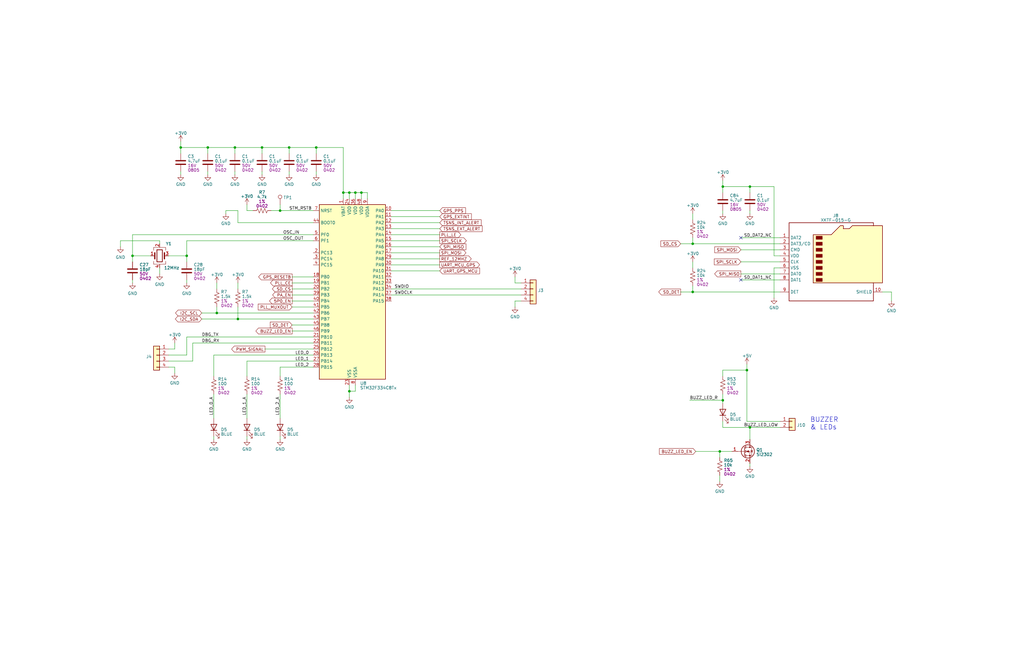
<source format=kicad_sch>
(kicad_sch (version 20230121) (generator eeschema)
  (paper "B")
  (title_block (title "High Altitude Balloon Payload - Microcontroller & SD card") (date "2023-06-18") (rev "1.0") (company "© 2023 Adam Cordingley") (comment 1 "http://acordingley.us"))
  (junction (at 292.1 102.87))
  (junction (at 110.49 62.23))
  (junction (at 147.32 165.1))
  (junction (at 99.06 62.23))
  (junction (at 87.63 62.23))
  (junction (at 133.35 62.23))
  (junction (at 76.2 62.23))
  (junction (at 303.53 190.5))
  (junction (at 91.44 132.08))
  (junction (at 147.32 81.28))
  (junction (at 314.96 156.21))
  (junction (at 316.23 180.34))
  (junction (at 316.23 78.74))
  (junction (at 118.11 88.9))
  (junction (at 100.33 134.62))
  (junction (at 152.4 81.28))
  (junction (at 149.86 81.28))
  (junction (at 304.8 168.91))
  (junction (at 121.92 62.23))
  (junction (at 144.78 81.28))
  (junction (at 55.88 107.95))
  (junction (at 304.8 78.74))
  (junction (at 78.74 107.95))
  (junction (at 292.1 123.19))
  (no_connect (at 312.42 100.33))
  (no_connect (at 312.42 118.11))
  (wire (pts (xy 55.88 107.95) (xy 55.88 110.49)))
  (wire (pts (xy 217.17 127) (xy 217.17 129.54)))
  (wire (pts (xy 78.74 101.6) (xy 132.08 101.6)))
  (wire (pts (xy 90.17 184.15) (xy 90.17 185.42)))
  (wire (pts (xy 91.44 119.38) (xy 91.44 121.92)))
  (wire (pts (xy 147.32 83.82) (xy 147.32 81.28)))
  (wire (pts (xy 90.17 166.37) (xy 90.17 176.53)))
  (wire (pts (xy 111.76 147.32) (xy 132.08 147.32)))
  (wire (pts (xy 55.88 99.06) (xy 55.88 107.95)))
  (wire (pts (xy 133.35 62.23) (xy 121.92 62.23)))
  (wire (pts (xy 165.1 104.14) (xy 185.42 104.14)))
  (wire (pts (xy 67.31 101.6) (xy 50.8 101.6)))
  (wire (pts (xy 76.2 62.23) (xy 87.63 62.23)))
  (wire (pts (xy 165.1 88.9) (xy 185.42 88.9)))
  (wire (pts (xy 73.66 147.32) (xy 71.12 147.32)))
  (wire (pts (xy 328.93 177.8) (xy 314.96 177.8)))
  (wire (pts (xy 133.35 72.39) (xy 133.35 73.66)))
  (wire (pts (xy 217.17 119.38) (xy 219.71 119.38)))
  (wire (pts (xy 314.96 156.21) (xy 314.96 153.67)))
  (wire (pts (xy 185.42 111.76) (xy 165.1 111.76)))
  (wire (pts (xy 132.08 149.86) (xy 90.17 149.86)))
  (wire (pts (xy 73.66 144.78) (xy 73.66 147.32)))
  (wire (pts (xy 287.02 123.19) (xy 292.1 123.19)))
  (wire (pts (xy 304.8 88.9) (xy 304.8 90.17)))
  (wire (pts (xy 303.53 200.66) (xy 303.53 203.2)))
  (wire (pts (xy 100.33 134.62) (xy 132.08 134.62)))
  (wire (pts (xy 304.8 156.21) (xy 314.96 156.21)))
  (wire (pts (xy 118.11 88.9) (xy 132.08 88.9)))
  (wire (pts (xy 71.12 107.95) (xy 78.74 107.95)))
  (wire (pts (xy 104.14 152.4) (xy 132.08 152.4)))
  (wire (pts (xy 99.06 62.23) (xy 99.06 64.77)))
  (wire (pts (xy 328.93 113.03) (xy 326.39 113.03)))
  (wire (pts (xy 165.1 109.22) (xy 185.42 109.22)))
  (wire (pts (xy 149.86 81.28) (xy 147.32 81.28)))
  (wire (pts (xy 123.19 127) (xy 132.08 127)))
  (wire (pts (xy 55.88 107.95) (xy 63.5 107.95)))
  (wire (pts (xy 147.32 165.1) (xy 149.86 165.1)))
  (wire (pts (xy 123.19 119.38) (xy 132.08 119.38)))
  (wire (pts (xy 314.96 156.21) (xy 314.96 177.8)))
  (wire (pts (xy 292.1 120.65) (xy 292.1 123.19)))
  (wire (pts (xy 292.1 123.19) (xy 328.93 123.19)))
  (wire (pts (xy 165.1 124.46) (xy 219.71 124.46)))
  (wire (pts (xy 147.32 81.28) (xy 144.78 81.28)))
  (wire (pts (xy 110.49 72.39) (xy 110.49 73.66)))
  (wire (pts (xy 149.86 83.82) (xy 149.86 81.28)))
  (wire (pts (xy 104.14 86.36) (xy 104.14 88.9)))
  (wire (pts (xy 165.1 91.44) (xy 185.42 91.44)))
  (wire (pts (xy 99.06 72.39) (xy 99.06 73.66)))
  (wire (pts (xy 104.14 88.9) (xy 106.68 88.9)))
  (wire (pts (xy 312.42 115.57) (xy 328.93 115.57)))
  (wire (pts (xy 312.42 105.41) (xy 328.93 105.41)))
  (wire (pts (xy 292.1 110.49) (xy 292.1 113.03)))
  (wire (pts (xy 90.17 149.86) (xy 90.17 158.75)))
  (wire (pts (xy 165.1 93.98) (xy 185.42 93.98)))
  (wire (pts (xy 287.02 102.87) (xy 292.1 102.87)))
  (wire (pts (xy 328.93 107.95) (xy 326.39 107.95)))
  (wire (pts (xy 55.88 99.06) (xy 132.08 99.06)))
  (wire (pts (xy 78.74 142.24) (xy 132.08 142.24)))
  (wire (pts (xy 312.42 100.33) (xy 328.93 100.33)))
  (wire (pts (xy 165.1 99.06) (xy 185.42 99.06)))
  (wire (pts (xy 326.39 113.03) (xy 326.39 125.73)))
  (wire (pts (xy 100.33 129.54) (xy 100.33 134.62)))
  (wire (pts (xy 67.31 113.03) (xy 67.31 115.57)))
  (wire (pts (xy 144.78 62.23) (xy 133.35 62.23)))
  (wire (pts (xy 152.4 83.82) (xy 152.4 81.28)))
  (wire (pts (xy 292.1 100.33) (xy 292.1 102.87)))
  (wire (pts (xy 123.19 129.54) (xy 132.08 129.54)))
  (wire (pts (xy 123.19 116.84) (xy 132.08 116.84)))
  (wire (pts (xy 154.94 81.28) (xy 152.4 81.28)))
  (wire (pts (xy 110.49 62.23) (xy 110.49 64.77)))
  (wire (pts (xy 87.63 72.39) (xy 87.63 73.66)))
  (wire (pts (xy 152.4 81.28) (xy 149.86 81.28)))
  (wire (pts (xy 78.74 149.86) (xy 78.74 142.24)))
  (wire (pts (xy 304.8 180.34) (xy 316.23 180.34)))
  (wire (pts (xy 185.42 101.6) (xy 165.1 101.6)))
  (wire (pts (xy 76.2 62.23) (xy 76.2 64.77)))
  (wire (pts (xy 91.44 132.08) (xy 132.08 132.08)))
  (wire (pts (xy 78.74 107.95) (xy 78.74 101.6)))
  (wire (pts (xy 81.28 144.78) (xy 132.08 144.78)))
  (wire (pts (xy 316.23 195.58) (xy 316.23 196.85)))
  (wire (pts (xy 165.1 121.92) (xy 219.71 121.92)))
  (wire (pts (xy 304.8 168.91) (xy 304.8 170.18)))
  (wire (pts (xy 375.92 127) (xy 375.92 123.19)))
  (wire (pts (xy 85.09 132.08) (xy 91.44 132.08)))
  (wire (pts (xy 55.88 118.11) (xy 55.88 119.38)))
  (wire (pts (xy 104.14 184.15) (xy 104.14 185.42)))
  (wire (pts (xy 99.06 62.23) (xy 87.63 62.23)))
  (wire (pts (xy 303.53 190.5) (xy 303.53 193.04)))
  (wire (pts (xy 121.92 72.39) (xy 121.92 73.66)))
  (wire (pts (xy 118.11 184.15) (xy 118.11 185.42)))
  (wire (pts (xy 50.8 101.6) (xy 50.8 104.14)))
  (wire (pts (xy 165.1 96.52) (xy 185.42 96.52)))
  (wire (pts (xy 95.25 88.9) (xy 95.25 90.17)))
  (wire (pts (xy 304.8 78.74) (xy 304.8 81.28)))
  (wire (pts (xy 328.93 180.34) (xy 316.23 180.34)))
  (wire (pts (xy 100.33 88.9) (xy 95.25 88.9)))
  (wire (pts (xy 100.33 119.38) (xy 100.33 121.92)))
  (wire (pts (xy 304.8 166.37) (xy 304.8 168.91)))
  (wire (pts (xy 87.63 62.23) (xy 87.63 64.77)))
  (wire (pts (xy 73.66 154.94) (xy 73.66 157.48)))
  (wire (pts (xy 123.19 139.7) (xy 132.08 139.7)))
  (wire (pts (xy 316.23 180.34) (xy 316.23 185.42)))
  (wire (pts (xy 217.17 116.84) (xy 217.17 119.38)))
  (wire (pts (xy 326.39 78.74) (xy 326.39 107.95)))
  (wire (pts (xy 123.19 121.92) (xy 132.08 121.92)))
  (wire (pts (xy 123.19 124.46) (xy 132.08 124.46)))
  (wire (pts (xy 149.86 165.1) (xy 149.86 162.56)))
  (wire (pts (xy 85.09 134.62) (xy 100.33 134.62)))
  (wire (pts (xy 312.42 110.49) (xy 328.93 110.49)))
  (wire (pts (xy 76.2 59.69) (xy 76.2 62.23)))
  (wire (pts (xy 316.23 78.74) (xy 316.23 81.28)))
  (wire (pts (xy 312.42 118.11) (xy 328.93 118.11)))
  (wire (pts (xy 71.12 152.4) (xy 81.28 152.4)))
  (wire (pts (xy 110.49 62.23) (xy 99.06 62.23)))
  (wire (pts (xy 78.74 107.95) (xy 78.74 110.49)))
  (wire (pts (xy 78.74 118.11) (xy 78.74 119.38)))
  (wire (pts (xy 304.8 177.8) (xy 304.8 180.34)))
  (wire (pts (xy 304.8 76.2) (xy 304.8 78.74)))
  (wire (pts (xy 100.33 93.98) (xy 100.33 88.9)))
  (wire (pts (xy 185.42 114.3) (xy 165.1 114.3)))
  (wire (pts (xy 71.12 149.86) (xy 78.74 149.86)))
  (wire (pts (xy 121.92 62.23) (xy 121.92 64.77)))
  (wire (pts (xy 144.78 83.82) (xy 144.78 81.28)))
  (wire (pts (xy 118.11 158.75) (xy 118.11 154.94)))
  (wire (pts (xy 304.8 78.74) (xy 316.23 78.74)))
  (wire (pts (xy 290.83 168.91) (xy 304.8 168.91)))
  (wire (pts (xy 76.2 72.39) (xy 76.2 73.66)))
  (wire (pts (xy 71.12 154.94) (xy 73.66 154.94)))
  (wire (pts (xy 114.3 88.9) (xy 118.11 88.9)))
  (wire (pts (xy 144.78 81.28) (xy 144.78 62.23)))
  (wire (pts (xy 104.14 158.75) (xy 104.14 152.4)))
  (wire (pts (xy 292.1 102.87) (xy 328.93 102.87)))
  (wire (pts (xy 118.11 166.37) (xy 118.11 176.53)))
  (wire (pts (xy 91.44 129.54) (xy 91.44 132.08)))
  (wire (pts (xy 308.61 190.5) (xy 303.53 190.5)))
  (wire (pts (xy 133.35 62.23) (xy 133.35 64.77)))
  (wire (pts (xy 293.37 190.5) (xy 303.53 190.5)))
  (wire (pts (xy 147.32 162.56) (xy 147.32 165.1)))
  (wire (pts (xy 292.1 90.17) (xy 292.1 92.71)))
  (wire (pts (xy 81.28 152.4) (xy 81.28 144.78)))
  (wire (pts (xy 118.11 154.94) (xy 132.08 154.94)))
  (wire (pts (xy 118.11 86.36) (xy 118.11 88.9)))
  (wire (pts (xy 147.32 165.1) (xy 147.32 167.64)))
  (wire (pts (xy 67.31 102.87) (xy 67.31 101.6)))
  (wire (pts (xy 154.94 83.82) (xy 154.94 81.28)))
  (wire (pts (xy 316.23 78.74) (xy 326.39 78.74)))
  (wire (pts (xy 304.8 158.75) (xy 304.8 156.21)))
  (wire (pts (xy 132.08 93.98) (xy 100.33 93.98)))
  (wire (pts (xy 219.71 127) (xy 217.17 127)))
  (wire (pts (xy 375.92 123.19) (xy 372.11 123.19)))
  (wire (pts (xy 316.23 88.9) (xy 316.23 90.17)))
  (wire (pts (xy 185.42 106.68) (xy 165.1 106.68)))
  (wire (pts (xy 123.19 137.16) (xy 132.08 137.16)))
  (wire (pts (xy 121.92 62.23) (xy 110.49 62.23)))
  (wire (pts (xy 104.14 166.37) (xy 104.14 176.53)))
  (text "BUZZER\n& LEDs" (at 341.63 181.61 0) (effects (font (size 2 2)) (justify left bottom)))
  (label "SWDIO" (at 166.37 121.92 0))
  (label "LED_2_A" (at 118.11 175.26 90))
  (label "DBG_TX" (at 85.09 142.24 0))
  (label "LED_0" (at 124.46 149.86 0))
  (label "SD_DAT2_NC" (at 313.69 100.33 0))
  (label "LED_1" (at 124.46 152.4 0))
  (label "SWDCLK" (at 166.37 124.46 0))
  (label "STM_RSTB" (at 121.92 88.9 0))
  (label "DBG_RX" (at 85.09 144.78 0))
  (label "SD_DAT1_NC" (at 313.69 118.11 0))
  (label "BUZZ_LED_LOW" (at 313.69 180.34 0))
  (label "LED_1_A" (at 104.14 175.26 90))
  (label "OSC_OUT" (at 119.38 101.6 0))
  (label "LED_0_A" (at 90.17 175.26 90))
  (label "OSC_IN" (at 119.38 99.06 0))
  (label "LED_2" (at 124.46 154.94 0))
  (label "BUZZ_LED_R" (at 290.83 168.91 0))
  (global_label "SPI_MISO" (shape input) (at 185.42 104.14 0) (property "Intersheetrefs" "${INTERSHEET_REFS}" (effects hide)))
  (global_label "I2C_SDA" (shape bidirectional) (at 85.09 134.62 180) (property "Intersheetrefs" "${INTERSHEET_REFS}" (effects hide)))
  (global_label "GPS_EXTINT" (shape input) (at 185.42 91.44 0) (property "Intersheetrefs" "${INTERSHEET_REFS}" (effects hide)))
  (global_label "TSNS_INT_ALERT" (shape input) (at 185.42 93.98 0) (property "Intersheetrefs" "${INTERSHEET_REFS}" (effects hide)))
  (global_label "PLL_LE" (shape output) (at 185.42 99.06 0) (property "Intersheetrefs" "${INTERSHEET_REFS}" (effects hide)))
  (global_label "REF_12MHZ" (shape output) (at 185.42 109.22 0) (property "Intersheetrefs" "${INTERSHEET_REFS}" (effects hide)))
  (global_label "UART_GPS_MCU" (shape input) (at 185.42 114.3 0) (property "Intersheetrefs" "${INTERSHEET_REFS}" (effects hide)))
  (global_label "SD_DET" (shape input) (at 123.19 137.16 180) (property "Intersheetrefs" "${INTERSHEET_REFS}" (effects hide)))
  (global_label "SPI_SCLK" (shape output) (at 185.42 101.6 0) (property "Intersheetrefs" "${INTERSHEET_REFS}" (effects hide)))
  (global_label "SD_CS" (shape input) (at 287.02 102.87 180) (property "Intersheetrefs" "${INTERSHEET_REFS}" (effects hide)))
  (global_label "SPI_MOSI" (shape input) (at 312.42 105.41 180) (property "Intersheetrefs" "${INTERSHEET_REFS}" (effects hide)))
  (global_label "GPS_PPS" (shape input) (at 185.42 88.9 0) (property "Intersheetrefs" "${INTERSHEET_REFS}" (effects hide)))
  (global_label "GPS_RESETB" (shape output) (at 123.19 116.84 180) (property "Intersheetrefs" "${INTERSHEET_REFS}" (effects hide)))
  (global_label "SPI_MISO" (shape output) (at 312.42 115.57 180) (property "Intersheetrefs" "${INTERSHEET_REFS}" (effects hide)))
  (global_label "PLL_CE" (shape output) (at 123.19 119.38 180) (property "Intersheetrefs" "${INTERSHEET_REFS}" (effects hide)))
  (global_label "I2C_SCL" (shape bidirectional) (at 85.09 132.08 180) (property "Intersheetrefs" "${INTERSHEET_REFS}" (effects hide)))
  (global_label "PLL_MUXOUT" (shape input) (at 123.19 129.54 180) (property "Intersheetrefs" "${INTERSHEET_REFS}" (effects hide)))
  (global_label "PA_EN" (shape output) (at 123.19 124.46 180) (property "Intersheetrefs" "${INTERSHEET_REFS}" (effects hide)))
  (global_label "UART_MCU_GPS" (shape output) (at 185.42 111.76 0) (property "Intersheetrefs" "${INTERSHEET_REFS}" (effects hide)))
  (global_label "SD_CS" (shape output) (at 123.19 121.92 180) (property "Intersheetrefs" "${INTERSHEET_REFS}" (effects hide)))
  (global_label "PWM_SIGNAL" (shape output) (at 111.76 147.32 180) (property "Intersheetrefs" "${INTERSHEET_REFS}" (effects hide)))
  (global_label "SPI_MOSI" (shape output) (at 185.42 106.68 0) (property "Intersheetrefs" "${INTERSHEET_REFS}" (effects hide)))
  (global_label "5P0_EN" (shape output) (at 123.19 127 180) (property "Intersheetrefs" "${INTERSHEET_REFS}" (effects hide)))
  (global_label "SD_DET" (shape output) (at 287.02 123.19 180) (property "Intersheetrefs" "${INTERSHEET_REFS}" (effects hide)))
  (global_label "BUZZ_LED_EN" (shape output) (at 123.19 139.7 180) (property "Intersheetrefs" "${INTERSHEET_REFS}" (effects hide)))
  (global_label "SPI_SCLK" (shape input) (at 312.42 110.49 180) (property "Intersheetrefs" "${INTERSHEET_REFS}" (effects hide)))
  (global_label "TSNS_EXT_ALERT" (shape input) (at 185.42 96.52 0) (property "Intersheetrefs" "${INTERSHEET_REFS}" (effects hide)))
  (global_label "BUZZ_LED_EN" (shape input) (at 293.37 190.5 180) (property "Intersheetrefs" "${INTERSHEET_REFS}" (effects hide)))
  (symbol (lib_id "Device:LED") (at 90.17 180.34 90) (unit 1)
    (property "Reference" "D5" (at 93.091 181.2838 90) (effects (justify right)))
    (property "Value" "BLUE" (at 93.091 183.2048 90) (effects (justify right)))
    (property "Footprint" "LED_SMD:LED_0402_1005Metric" (effects hide))
    (property "Mfr Part #" "16-213/BHC-AN1P2/3T" (effects hide))
    (property "JLCPCB Part #" "C131223" (effects hide))
    (instances (project "Weather_Balloon_Payload_HW" (path "" (reference "D5") (unit 1)) (path "" (reference "D10") (unit 1)) (path "" (reference "D11") (unit 1))) (project "FM_Radio_70cm_HW" (path "" (reference "D20") (unit 1))))
  )
  (symbol (lib_id "Device:LED") (at 104.14 180.34 90) (unit 1)
    (property "Reference" "D5" (at 107.061 181.2838 90) (effects (justify right)))
    (property "Value" "BLUE" (at 107.061 183.2048 90) (effects (justify right)))
    (property "Footprint" "LED_SMD:LED_0402_1005Metric" (effects hide))
    (property "Mfr Part #" "16-213/BHC-AN1P2/3T" (effects hide))
    (property "JLCPCB Part #" "C131223" (effects hide))
    (instances (project "Weather_Balloon_Payload_HW" (path "" (reference "D5") (unit 1)) (path "" (reference "D10") (unit 1)) (path "" (reference "D12") (unit 1))) (project "FM_Radio_70cm_HW" (path "" (reference "D20") (unit 1))))
  )
  (symbol (lib_id "power:+3V0") (at 304.8 76.2 0) (unit 1)
    (property "Reference" "#PWR0152" (effects hide))
    (property "Value" "+3V0" (at 304.8 72.6981 0))
  )
  (symbol (lib_id "Device:R_US") (at 118.11 162.56 180) (unit 1)
    (property "Reference" "R14" (at 119.761 159.9953 0) (effects (justify right)))
    (property "Value" "100" (at 119.761 161.9163 0) (effects (justify right)))
    (property "Footprint" "Resistor_SMD:R_0402_1005Metric" (effects hide))
    (property "Tolerance" "1%" (at 119.761 163.8373 0) (effects (justify right)))
    (property "Package Desc" "0402" (at 119.761 165.7583 0) (effects (justify right)))
    (property "Description" "RES SMD 100 1% 62.5mW 0402" (effects hide))
    (property "JLCPCB Part #" "C409720" (effects hide))
    (property "Manufacturer" "Viking Tech" (effects hide))
    (property "Mfr. Part #" "AS02FTE1000" (effects hide))
    (instances (project "Weather_Balloon_Payload_HW" (path "" (reference "R14") (unit 1)) (path "" (reference "R70") (unit 1))) (project "RS232_Pirate_HW" (path "" (reference "R2") (unit 1)) (path "" (reference "R21") (unit 1))))
  )
  (symbol (lib_id "Device:R_US") (at 292.1 96.52 0) (unit 1)
    (property "Reference" "R24" (at 293.751 93.9553 0) (effects (justify left)))
    (property "Value" "10k" (at 293.751 95.8763 0) (effects (justify left)))
    (property "Footprint" "Resistor_SMD:R_0402_1005Metric" (effects hide))
    (property "Description" "62.5mW Thick Film Resistors ±0.5% 10.2kΩ 0402 Chip Resistor - Surface Mount ROHS" (effects hide))
    (property "JLCPCB Part #" "C303730" (effects hide))
    (property "Manufacturer" "RALEC" (effects hide))
    (property "Mfr. Part #" "RTT021022DTH" (effects hide))
    (property "Tolerance" "1%" (at 293.751 97.7973 0) (effects (justify left)))
    (property "Package Desc" "0402" (at 293.751 99.7183 0) (effects (justify left)))
    (instances (project "Weather_Balloon_Payload_HW" (path "" (reference "R24") (unit 1)) (path "" (reference "R19") (unit 1)) (path "" (reference "R26") (unit 1)) (path "" (reference "R66") (unit 1))) (project "RS232_Pirate_HW" (path "" (reference "R3") (unit 1))) (project "FM_Radio_70cm_HW" (path "" (reference "R1") (unit 1)) (path "" (reference "R1") (unit 1))))
  )
  (symbol (lib_id "power:GND") (at 133.35 73.66 0) (unit 1)
    (property "Reference" "#PWR054" (effects hide))
    (property "Value" "GND" (at 133.35 77.7955 0))
    (instances (project "Weather_Balloon_Payload_HW" (path "" (reference "#PWR054") (unit 1))) (project "RS232_Pirate_HW" (path "" (reference "#PWR06") (unit 1)) (path "" (reference "#PWR033") (unit 1))))
  )
  (symbol (lib_id "power:GND") (at 375.92 127 0) (unit 1)
    (property "Reference" "#PWR0156" (effects hide))
    (property "Value" "GND" (at 375.92 131.1355 0))
    (instances (project "Weather_Balloon_Payload_HW" (path "" (reference "#PWR0156") (unit 1))) (project "RS232_Pirate_HW" (path "" (reference "#PWR07") (unit 1)) (path "" (reference "#PWR029") (unit 1))))
  )
  (symbol (lib_id "Device:R_US") (at 292.1 116.84 0) (unit 1)
    (property "Reference" "R24" (at 293.751 114.2753 0) (effects (justify left)))
    (property "Value" "10k" (at 293.751 116.1963 0) (effects (justify left)))
    (property "Footprint" "Resistor_SMD:R_0402_1005Metric" (effects hide))
    (property "Description" "62.5mW Thick Film Resistors ±0.5% 10.2kΩ 0402 Chip Resistor - Surface Mount ROHS" (effects hide))
    (property "JLCPCB Part #" "C303730" (effects hide))
    (property "Manufacturer" "RALEC" (effects hide))
    (property "Mfr. Part #" "RTT021022DTH" (effects hide))
    (property "Tolerance" "1%" (at 293.751 118.1173 0) (effects (justify left)))
    (property "Package Desc" "0402" (at 293.751 120.0383 0) (effects (justify left)))
    (instances (project "Weather_Balloon_Payload_HW" (path "" (reference "R24") (unit 1)) (path "" (reference "R19") (unit 1)) (path "" (reference "R26") (unit 1)) (path "" (reference "R67") (unit 1))) (project "RS232_Pirate_HW" (path "" (reference "R3") (unit 1))) (project "FM_Radio_70cm_HW" (path "" (reference "R1") (unit 1)) (path "" (reference "R1") (unit 1))))
  )
  (symbol (lib_id "Device:C") (at 99.06 68.58 0) (unit 1)
    (property "Reference" "C1" (at 101.981 66.0153 0) (effects (justify left)))
    (property "Value" "0.1uF" (at 101.981 67.9363 0) (effects (justify left)))
    (property "Footprint" "Capacitor_SMD:C_0402_1005Metric" (effects hide))
    (property "Voltage Rating" "50V" (at 101.981 69.8573 0) (effects (justify left)))
    (property "Mfr. Part #" "GRM155R71H104KE14D" (effects hide))
    (property "JLCPCB Part #" "C77020" (effects hide))
    (property "Description" "50V 100nF X7R ±10% 0402 Multilayer Ceramic Capacitors MLCC - SMD/SMT ROHS" (effects hide))
    (property "Manufacturer" "Murata Electronics" (effects hide))
    (property "Mfr Part #" "GRM155R71H104KE14D" (effects hide))
    (property "Package Desc" "0402" (at 101.981 71.7783 0) (effects (justify left)))
    (instances (project "Rhubarb_Pi_HW" (path "" (reference "C1") (unit 1)) (path "" (reference "C5") (unit 1))) (project "Weather_Balloon_Payload_HW" (path "" (reference "C23") (unit 1))) (project "RS232_Pirate_HW" (path "" (reference "C1") (unit 1)) (path "" (reference "C19") (unit 1))) (project "FM_Radio_70cm_HW" (path "" (reference "C33") (unit 1)) (path "" (reference "C10") (unit 1)) (path "" (reference "C74") (unit 1)) (path "" (reference "C60") (unit 1)) (path "" (reference "C83") (unit 1))))
  )
  (symbol (lib_id "Device:C") (at 110.49 68.58 0) (unit 1)
    (property "Reference" "C1" (at 113.411 66.0153 0) (effects (justify left)))
    (property "Value" "0.1uF" (at 113.411 67.9363 0) (effects (justify left)))
    (property "Footprint" "Capacitor_SMD:C_0402_1005Metric" (effects hide))
    (property "Voltage Rating" "50V" (at 113.411 69.8573 0) (effects (justify left)))
    (property "Mfr. Part #" "GRM155R71H104KE14D" (effects hide))
    (property "JLCPCB Part #" "C77020" (effects hide))
    (property "Description" "50V 100nF X7R ±10% 0402 Multilayer Ceramic Capacitors MLCC - SMD/SMT ROHS" (effects hide))
    (property "Manufacturer" "Murata Electronics" (effects hide))
    (property "Mfr Part #" "GRM155R71H104KE14D" (effects hide))
    (property "Package Desc" "0402" (at 113.411 71.7783 0) (effects (justify left)))
    (instances (project "Rhubarb_Pi_HW" (path "" (reference "C1") (unit 1)) (path "" (reference "C5") (unit 1))) (project "Weather_Balloon_Payload_HW" (path "" (reference "C24") (unit 1))) (project "RS232_Pirate_HW" (path "" (reference "C1") (unit 1)) (path "" (reference "C20") (unit 1))) (project "FM_Radio_70cm_HW" (path "" (reference "C33") (unit 1)) (path "" (reference "C10") (unit 1)) (path "" (reference "C74") (unit 1)) (path "" (reference "C60") (unit 1)) (path "" (reference "C83") (unit 1))))
  )
  (symbol (lib_id "Connector:TestPoint") (at 118.11 86.36 0) (unit 1)
    (property "Reference" "TP1" (at 119.507 83.3748 0) (effects (justify left)))
    (property "Value" "TestPoint" (effects hide))
    (property "Footprint" "TestPoint:TestPoint_Pad_D1.0mm" (effects hide))
    (instances (project "Weather_Balloon_Payload_HW" (path "" (reference "TP1") (unit 1)) (path "" (reference "TP5") (unit 1))))
  )
  (symbol (lib_id "power:GND") (at 76.2 73.66 0) (unit 1)
    (property "Reference" "#PWR049" (effects hide))
    (property "Value" "GND" (at 76.2 77.7955 0))
    (instances (project "Weather_Balloon_Payload_HW" (path "" (reference "#PWR049") (unit 1))) (project "RS232_Pirate_HW" (path "" (reference "#PWR07") (unit 1)) (path "" (reference "#PWR029") (unit 1))))
  )
  (symbol (lib_id "power:+5V") (at 314.96 153.67 0) (unit 1)
    (property "Reference" "#PWR0142" (effects hide))
    (property "Value" "+5V" (at 314.96 150.1681 0))
    (instances (project "Weather_Balloon_Payload_HW" (path "" (reference "#PWR0142") (unit 1)) (path "" (reference "#PWR0173") (unit 1))))
  )
  (symbol (lib_id "power:GND") (at 326.39 125.73 0) (unit 1)
    (property "Reference" "#PWR0155" (effects hide))
    (property "Value" "GND" (at 326.39 129.8655 0))
    (instances (project "Weather_Balloon_Payload_HW" (path "" (reference "#PWR0155") (unit 1))) (project "RS232_Pirate_HW" (path "" (reference "#PWR07") (unit 1)) (path "" (reference "#PWR029") (unit 1))))
  )
  (symbol (lib_id "power:+3V0") (at 100.33 119.38 0) (unit 1)
    (property "Reference" "#PWR059" (effects hide))
    (property "Value" "+3V0" (at 100.33 115.8781 0))
  )
  (symbol (lib_id "power:GND") (at 147.32 167.64 0) (unit 1)
    (property "Reference" "#PWR056" (effects hide))
    (property "Value" "GND" (at 147.32 171.7755 0))
    (instances (project "Weather_Balloon_Payload_HW" (path "" (reference "#PWR056") (unit 1))) (project "RS232_Pirate_HW" (path "" (reference "#PWR06") (unit 1)) (path "" (reference "#PWR031") (unit 1))))
  )
  (symbol (lib_id "power:GND") (at 316.23 196.85 0) (unit 1)
    (property "Reference" "#PWR068" (effects hide))
    (property "Value" "GND" (at 316.23 200.9855 0))
    (instances (project "Weather_Balloon_Payload_HW" (path "" (reference "#PWR068") (unit 1)) (path "" (reference "#PWR0145") (unit 1)) (path "" (reference "#PWR0172") (unit 1))) (project "FM_Radio_70cm_HW" (path "" (reference "#PWR028") (unit 1)) (path "" (reference "#PWR039") (unit 1))))
  )
  (symbol (lib_id "power:GND") (at 217.17 129.54 0) (unit 1)
    (property "Reference" "#PWR048" (effects hide))
    (property "Value" "GND" (at 217.17 133.6755 0))
  )
  (symbol (lib_id "power:GND") (at 104.14 185.42 0) (unit 1)
    (property "Reference" "#PWR0147" (effects hide))
    (property "Value" "GND" (at 104.14 189.5555 0))
    (instances (project "Weather_Balloon_Payload_HW" (path "" (reference "#PWR0147") (unit 1)) (path "" (reference "#PWR0141") (unit 1)) (path "" (reference "#PWR0160") (unit 1))) (project "RS232_Pirate_HW" (path "" (reference "#PWR013") (unit 1))))
  )
  (symbol (lib_id "power:GND") (at 316.23 90.17 0) (unit 1)
    (property "Reference" "#PWR0154" (effects hide))
    (property "Value" "GND" (at 316.23 94.3055 0))
    (instances (project "Weather_Balloon_Payload_HW" (path "" (reference "#PWR0154") (unit 1))) (project "RS232_Pirate_HW" (path "" (reference "#PWR06") (unit 1)) (path "" (reference "#PWR027") (unit 1))))
  )
  (symbol (lib_id "MCU_ST_STM32F3:STM32F334C8Tx") (at 147.32 124.46 0) (unit 1)
    (property "Reference" "U8" (at 151.8159 161.7425 0) (effects (justify left)))
    (property "Value" "STM32F334C8Tx" (at 151.8159 163.6635 0) (effects (justify left)))
    (property "Footprint" "Package_QFP:LQFP-48_7x7mm_P0.5mm" (effects hide))
    (property "Datasheet" "https://www.st.com/resource/en/datasheet/stm32f334c8.pdf" (effects hide))
    (property "JLCPCB Part #" "C99450" (effects hide))
  )
  (symbol (lib_id "power:GND") (at 110.49 73.66 0) (unit 1)
    (property "Reference" "#PWR052" (effects hide))
    (property "Value" "GND" (at 110.49 77.7955 0))
    (instances (project "Weather_Balloon_Payload_HW" (path "" (reference "#PWR052") (unit 1))) (project "RS232_Pirate_HW" (path "" (reference "#PWR06") (unit 1)) (path "" (reference "#PWR031") (unit 1))))
  )
  (symbol (lib_id "Connector_Generic:Conn_01x02") (at 334.01 177.8 0) (unit 1)
    (property "Reference" "J10" (at 336.042 179.3868 0) (effects (justify left)))
    (property "Value" "Conn_01x02" (effects hide))
    (property "Footprint" "Connector_PinHeader_2.54mm:PinHeader_1x02_P2.54mm_Vertical" (effects hide))
  )
  (symbol (lib_id "Device:LED") (at 304.8 173.99 90) (unit 1)
    (property "Reference" "D5" (at 307.721 174.9338 90) (effects (justify right)))
    (property "Value" "BLUE" (at 307.721 176.8548 90) (effects (justify right)))
    (property "Footprint" "LED_SMD:LED_0402_1005Metric" (effects hide))
    (property "Mfr Part #" "16-213/BHC-AN1P2/3T" (effects hide))
    (property "JLCPCB Part #" "C131223" (effects hide))
    (instances (project "Weather_Balloon_Payload_HW" (path "" (reference "D5") (unit 1)) (path "" (reference "D10") (unit 1)) (path "" (reference "D14") (unit 1))) (project "FM_Radio_70cm_HW" (path "" (reference "D20") (unit 1))))
  )
  (symbol (lib_name "GND_6") (lib_id "power:GND") (at 50.8 104.14 0) (unit 1)
    (property "Reference" "#PWR060" (effects hide))
    (property "Value" "GND" (at 50.8 108.5834 0))
    (instances (project "Weather_Balloon_Payload_HW" (path "" (reference "#PWR060") (unit 1))) (project "RF_Freq_Synth" (path "" (reference "#PWR058") (unit 1))) (project "RS232_Pirate_HW" (path "" (reference "#PWR023") (unit 1))) (project "FM_Radio_70cm_HW" (path "" (reference "#PWR0159") (unit 1))))
  )
  (symbol (lib_id "power:+3V0") (at 292.1 90.17 0) (unit 1)
    (property "Reference" "#PWR0157" (effects hide))
    (property "Value" "+3V0" (at 292.1 86.6681 0))
  )
  (symbol (lib_id "Device:R_US") (at 110.49 88.9 270) (unit 1)
    (property "Reference" "R7" (at 110.49 81.1591 90))
    (property "Value" "4.7k" (at 110.49 83.0801 90))
    (property "Footprint" "Resistor_SMD:R_0402_1005Metric" (effects hide))
    (property "JLCPCB Part #" "C103055" (effects hide))
    (property "Manufacturer" "RALEC" (effects hide))
    (property "Mfr. Part #" "RTT024701FTH" (effects hide))
    (property "Tolerance" "1%" (at 110.49 85.0011 90))
    (property "Package Desc" "0402" (at 110.49 86.9221 90))
    (instances (project "Weather_Balloon_Payload_HW" (path "" (reference "R7") (unit 1)) (path "" (reference "R23") (unit 1))) (project "RF_Freq_Synth" (path "" (reference "R30") (unit 1))) (project "RS232_Pirate_HW" (path "" (reference "R6") (unit 1)) (path "" (reference "R8") (unit 1))) (project "FM_Radio_70cm_HW" (path "" (reference "R61") (unit 1))))
  )
  (symbol (lib_id "Device:C") (at 78.74 114.3 180) (unit 1)
    (property "Reference" "C28" (at 81.661 111.7353 0) (effects (justify right)))
    (property "Value" "18pF" (at 81.661 113.6563 0) (effects (justify right)))
    (property "Footprint" "Capacitor_SMD:C_0402_1005Metric" (effects hide))
    (property "JLCPCB Part #" "C106202" (effects hide))
    (property "Manufacturer" "YAGEO" (effects hide))
    (property "Mfr. Part #" "CC0402JRNPO9BN180" (effects hide))
    (property "Voltage Rating" "50V" (at 81.661 115.5773 0) (effects (justify right)))
    (property "Package Desc" "0402" (at 81.661 117.4983 0) (effects (justify right)))
    (instances (project "Weather_Balloon_Payload_HW" (path "" (reference "C28") (unit 1))) (project "RF_Freq_Synth" (path "" (reference "C26") (unit 1))) (project "RS232_Pirate_HW" (path "" (reference "C16") (unit 1))) (project "FM_Radio_70cm_HW" (path "" (reference "C110") (unit 1))))
  )
  (symbol (lib_id "power:+3V0") (at 73.66 144.78 0) (mirror y) (unit 1)
    (property "Reference" "#PWR066" (effects hide))
    (property "Value" "+3V0" (at 73.66 141.2781 0))
  )
  (symbol (lib_id "power:+3V0") (at 91.44 119.38 0) (unit 1)
    (property "Reference" "#PWR058" (effects hide))
    (property "Value" "+3V0" (at 91.44 115.8781 0))
  )
  (symbol (lib_name "GND_6") (lib_id "power:GND") (at 55.88 119.38 0) (unit 1)
    (property "Reference" "#PWR061" (effects hide))
    (property "Value" "GND" (at 55.88 123.8234 0))
    (instances (project "Weather_Balloon_Payload_HW" (path "" (reference "#PWR061") (unit 1))) (project "RF_Freq_Synth" (path "" (reference "#PWR058") (unit 1))) (project "RS232_Pirate_HW" (path "" (reference "#PWR024") (unit 1))) (project "FM_Radio_70cm_HW" (path "" (reference "#PWR0157") (unit 1))))
  )
  (symbol (lib_id "power:+3V0") (at 217.17 116.84 0) (unit 1)
    (property "Reference" "#PWR057" (effects hide))
    (property "Value" "+3V0" (at 217.17 113.3381 0))
  )
  (symbol (lib_id "Device:C") (at 133.35 68.58 0) (unit 1)
    (property "Reference" "C1" (at 136.271 66.0153 0) (effects (justify left)))
    (property "Value" "0.1uF" (at 136.271 67.9363 0) (effects (justify left)))
    (property "Footprint" "Capacitor_SMD:C_0402_1005Metric" (effects hide))
    (property "Voltage Rating" "50V" (at 136.271 69.8573 0) (effects (justify left)))
    (property "Mfr. Part #" "GRM155R71H104KE14D" (effects hide))
    (property "JLCPCB Part #" "C77020" (effects hide))
    (property "Description" "50V 100nF X7R ±10% 0402 Multilayer Ceramic Capacitors MLCC - SMD/SMT ROHS" (effects hide))
    (property "Manufacturer" "Murata Electronics" (effects hide))
    (property "Mfr Part #" "GRM155R71H104KE14D" (effects hide))
    (property "Package Desc" "0402" (at 136.271 71.7783 0) (effects (justify left)))
    (instances (project "Rhubarb_Pi_HW" (path "" (reference "C1") (unit 1)) (path "" (reference "C5") (unit 1))) (project "Weather_Balloon_Payload_HW" (path "" (reference "C26") (unit 1))) (project "RS232_Pirate_HW" (path "" (reference "C1") (unit 1)) (path "" (reference "C22") (unit 1))) (project "FM_Radio_70cm_HW" (path "" (reference "C33") (unit 1)) (path "" (reference "C10") (unit 1)) (path "" (reference "C74") (unit 1)) (path "" (reference "C60") (unit 1)) (path "" (reference "C83") (unit 1))))
  )
  (symbol (lib_id "power:GND") (at 87.63 73.66 0) (unit 1)
    (property "Reference" "#PWR050" (effects hide))
    (property "Value" "GND" (at 87.63 77.7955 0))
    (instances (project "Weather_Balloon_Payload_HW" (path "" (reference "#PWR050") (unit 1))) (project "RS232_Pirate_HW" (path "" (reference "#PWR06") (unit 1)) (path "" (reference "#PWR027") (unit 1))))
  )
  (symbol (lib_id "power:GND") (at 99.06 73.66 0) (unit 1)
    (property "Reference" "#PWR051" (effects hide))
    (property "Value" "GND" (at 99.06 77.7955 0))
    (instances (project "Weather_Balloon_Payload_HW" (path "" (reference "#PWR051") (unit 1))) (project "RS232_Pirate_HW" (path "" (reference "#PWR06") (unit 1)) (path "" (reference "#PWR030") (unit 1))))
  )
  (symbol (lib_id "Device:C") (at 121.92 68.58 0) (unit 1)
    (property "Reference" "C1" (at 124.841 66.0153 0) (effects (justify left)))
    (property "Value" "0.1uF" (at 124.841 67.9363 0) (effects (justify left)))
    (property "Footprint" "Capacitor_SMD:C_0402_1005Metric" (effects hide))
    (property "Voltage Rating" "50V" (at 124.841 69.8573 0) (effects (justify left)))
    (property "Mfr. Part #" "GRM155R71H104KE14D" (effects hide))
    (property "JLCPCB Part #" "C77020" (effects hide))
    (property "Description" "50V 100nF X7R ±10% 0402 Multilayer Ceramic Capacitors MLCC - SMD/SMT ROHS" (effects hide))
    (property "Manufacturer" "Murata Electronics" (effects hide))
    (property "Mfr Part #" "GRM155R71H104KE14D" (effects hide))
    (property "Package Desc" "0402" (at 124.841 71.7783 0) (effects (justify left)))
    (instances (project "Rhubarb_Pi_HW" (path "" (reference "C1") (unit 1)) (path "" (reference "C5") (unit 1))) (project "Weather_Balloon_Payload_HW" (path "" (reference "C25") (unit 1))) (project "RS232_Pirate_HW" (path "" (reference "C1") (unit 1)) (path "" (reference "C21") (unit 1))) (project "FM_Radio_70cm_HW" (path "" (reference "C33") (unit 1)) (path "" (reference "C10") (unit 1)) (path "" (reference "C74") (unit 1)) (path "" (reference "C60") (unit 1)) (path "" (reference "C83") (unit 1))))
  )
  (symbol (lib_id "power:+3V0") (at 76.2 59.69 0) (unit 1)
    (property "Reference" "#PWR055" (effects hide))
    (property "Value" "+3V0" (at 76.2 56.1881 0))
  )
  (symbol (lib_id "Device:Crystal_GND24") (at 67.31 107.95 0) (unit 1)
    (property "Reference" "Y1" (at 71.12 102.87 0))
    (property "Value" "12MHz" (at 72.39 113.03 0))
    (property "Footprint" "Crystal:Crystal_SMD_3225-4Pin_3.2x2.5mm" (effects hide))
    (property "JLCPCB Part #" "C479168" (effects hide))
    (property "Manufacturer" "JGHC" (effects hide))
    (property "Mfr. Part #" "G3212000182080" (effects hide))
    (property "Description" "12MHz 18pF ±20ppm SMD3225-4P Crystals ROHS" (effects hide))
  )
  (symbol (lib_id "Device:R_US") (at 91.44 125.73 180) (unit 1)
    (property "Reference" "R7" (at 93.091 123.1653 0) (effects (justify right)))
    (property "Value" "1.5k" (at 93.091 125.0863 0) (effects (justify right)))
    (property "Footprint" "Resistor_SMD:R_0402_1005Metric" (effects hide))
    (property "Tolerance" "1%" (at 93.091 127.0073 0) (effects (justify right)))
    (property "Package Desc" "0402" (at 93.091 128.9283 0) (effects (justify right)))
    (instances (project "Weather_Balloon_Payload_HW" (path "" (reference "R7") (unit 1)) (path "" (reference "R21") (unit 1))) (project "RF_Freq_Synth" (path "" (reference "R30") (unit 1))) (project "RS232_Pirate_HW" (path "" (reference "R6") (unit 1)) (path "" (reference "R8") (unit 1))) (project "FM_Radio_70cm_HW" (path "" (reference "R61") (unit 1))))
  )
  (symbol (lib_id "power:GND") (at 95.25 90.17 0) (unit 1)
    (property "Reference" "#PWR064" (effects hide))
    (property "Value" "GND" (at 95.25 94.3055 0))
    (instances (project "Weather_Balloon_Payload_HW" (path "" (reference "#PWR064") (unit 1))) (project "RS232_Pirate_HW" (path "" (reference "#PWR06") (unit 1)) (path "" (reference "#PWR031") (unit 1))))
  )
  (symbol (lib_id "Device:R_US") (at 104.14 162.56 180) (unit 1)
    (property "Reference" "R14" (at 105.791 159.9953 0) (effects (justify right)))
    (property "Value" "100" (at 105.791 161.9163 0) (effects (justify right)))
    (property "Footprint" "Resistor_SMD:R_0402_1005Metric" (effects hide))
    (property "Tolerance" "1%" (at 105.791 163.8373 0) (effects (justify right)))
    (property "Package Desc" "0402" (at 105.791 165.7583 0) (effects (justify right)))
    (property "Description" "RES SMD 100 1% 62.5mW 0402" (effects hide))
    (property "JLCPCB Part #" "C409720" (effects hide))
    (property "Manufacturer" "Viking Tech" (effects hide))
    (property "Mfr. Part #" "AS02FTE1000" (effects hide))
    (instances (project "Weather_Balloon_Payload_HW" (path "" (reference "R14") (unit 1)) (path "" (reference "R69") (unit 1))) (project "RS232_Pirate_HW" (path "" (reference "R2") (unit 1)) (path "" (reference "R21") (unit 1))))
  )
  (symbol (lib_id "Connector_Generic:Conn_01x04") (at 224.79 121.92 0) (unit 1)
    (property "Reference" "J3" (at 226.822 122.5463 0) (effects (justify left)))
    (property "Value" "Conn_01x04" (effects hide))
    (property "Footprint" "Connector_PinHeader_2.54mm:PinHeader_1x04_P2.54mm_Vertical" (effects hide))
  )
  (symbol (lib_id "power:+3V0") (at 292.1 110.49 0) (unit 1)
    (property "Reference" "#PWR0158" (effects hide))
    (property "Value" "+3V0" (at 292.1 106.9881 0))
  )
  (symbol (lib_id "Device:C") (at 316.23 85.09 0) (unit 1)
    (property "Reference" "C1" (at 319.151 82.5253 0) (effects (justify left)))
    (property "Value" "0.1uF" (at 319.151 84.4463 0) (effects (justify left)))
    (property "Footprint" "Capacitor_SMD:C_0402_1005Metric" (effects hide))
    (property "Voltage Rating" "50V" (at 319.151 86.3673 0) (effects (justify left)))
    (property "Mfr. Part #" "GRM155R71H104KE14D" (effects hide))
    (property "JLCPCB Part #" "C77020" (effects hide))
    (property "Description" "50V 100nF X7R ±10% 0402 Multilayer Ceramic Capacitors MLCC - SMD/SMT ROHS" (effects hide))
    (property "Manufacturer" "Murata Electronics" (effects hide))
    (property "Mfr Part #" "GRM155R71H104KE14D" (effects hide))
    (property "Package Desc" "0402" (at 319.151 88.2883 0) (effects (justify left)))
    (instances (project "Rhubarb_Pi_HW" (path "" (reference "C1") (unit 1)) (path "" (reference "C5") (unit 1))) (project "Weather_Balloon_Payload_HW" (path "" (reference "C85") (unit 1))) (project "RS232_Pirate_HW" (path "" (reference "C1") (unit 1)) (path "" (reference "C17") (unit 1))) (project "FM_Radio_70cm_HW" (path "" (reference "C33") (unit 1)) (path "" (reference "C10") (unit 1)) (path "" (reference "C74") (unit 1)) (path "" (reference "C60") (unit 1)) (path "" (reference "C83") (unit 1))))
  )
  (symbol (lib_id "Connector_Generic:Conn_01x04") (at 66.04 149.86 0) (mirror y) (unit 1)
    (property "Reference" "J4" (at 64.008 150.4863 0) (effects (justify left)))
    (property "Value" "Conn_01x04" (effects hide))
    (property "Footprint" "Connector_PinHeader_2.54mm:PinHeader_1x04_P2.54mm_Vertical" (effects hide))
  )
  (symbol (lib_id "power:GND") (at 303.53 203.2 0) (unit 1)
    (property "Reference" "#PWR069" (effects hide))
    (property "Value" "GND" (at 303.53 207.3355 0))
    (instances (project "Weather_Balloon_Payload_HW" (path "" (reference "#PWR069") (unit 1)) (path "" (reference "#PWR0151") (unit 1)) (path "" (reference "#PWR0171") (unit 1))) (project "FM_Radio_70cm_HW" (path "" (reference "#PWR028") (unit 1)) (path "" (reference "#PWR039") (unit 1))))
  )
  (symbol (lib_id "power:+3V0") (at 104.14 86.36 0) (unit 1)
    (property "Reference" "#PWR065" (effects hide))
    (property "Value" "+3V0" (at 104.14 82.8581 0))
  )
  (symbol (lib_id "Device:R_US") (at 303.53 196.85 0) (unit 1)
    (property "Reference" "R65" (at 305.181 194.2853 0) (effects (justify left)))
    (property "Value" "10k" (at 305.181 196.2063 0) (effects (justify left)))
    (property "Footprint" "Resistor_SMD:R_0402_1005Metric" (effects hide))
    (property "Description" "62.5mW Thick Film Resistors ±0.5% 10.2kΩ 0402 Chip Resistor - Surface Mount ROHS" (effects hide))
    (property "JLCPCB Part #" "C303730" (effects hide))
    (property "Manufacturer" "RALEC" (effects hide))
    (property "Mfr. Part #" "RTT021022DTH" (effects hide))
    (property "Tolerance" "1%" (at 305.181 198.1273 0) (effects (justify left)))
    (property "Package Desc" "0402" (at 305.181 200.0483 0) (effects (justify left)))
    (instances (project "Weather_Balloon_Payload_HW" (path "" (reference "R65") (unit 1)) (path "" (reference "R19") (unit 1)) (path "" (reference "R26") (unit 1)) (path "" (reference "R73") (unit 1))) (project "RS232_Pirate_HW" (path "" (reference "R3") (unit 1))) (project "FM_Radio_70cm_HW" (path "" (reference "R1") (unit 1)) (path "" (reference "R1") (unit 1))))
  )
  (symbol (lib_id "power:GND") (at 304.8 90.17 0) (unit 1)
    (property "Reference" "#PWR0153" (effects hide))
    (property "Value" "GND" (at 304.8 94.3055 0))
    (instances (project "Weather_Balloon_Payload_HW" (path "" (reference "#PWR0153") (unit 1))) (project "RS232_Pirate_HW" (path "" (reference "#PWR07") (unit 1)) (path "" (reference "#PWR029") (unit 1))))
  )
  (symbol (lib_id "Device:R_US") (at 100.33 125.73 180) (unit 1)
    (property "Reference" "R7" (at 101.981 123.1653 0) (effects (justify right)))
    (property "Value" "1.5k" (at 101.981 125.0863 0) (effects (justify right)))
    (property "Footprint" "Resistor_SMD:R_0402_1005Metric" (effects hide))
    (property "Tolerance" "1%" (at 101.981 127.0073 0) (effects (justify right)))
    (property "Package Desc" "0402" (at 101.981 128.9283 0) (effects (justify right)))
    (instances (project "Weather_Balloon_Payload_HW" (path "" (reference "R7") (unit 1)) (path "" (reference "R22") (unit 1))) (project "RF_Freq_Synth" (path "" (reference "R30") (unit 1))) (project "RS232_Pirate_HW" (path "" (reference "R6") (unit 1)) (path "" (reference "R8") (unit 1))) (project "FM_Radio_70cm_HW" (path "" (reference "R61") (unit 1))))
  )
  (symbol (lib_id "power:GND") (at 121.92 73.66 0) (unit 1)
    (property "Reference" "#PWR053" (effects hide))
    (property "Value" "GND" (at 121.92 77.7955 0))
    (instances (project "Weather_Balloon_Payload_HW" (path "" (reference "#PWR053") (unit 1))) (project "RS232_Pirate_HW" (path "" (reference "#PWR06") (unit 1)) (path "" (reference "#PWR032") (unit 1))))
  )
  (symbol (lib_id "Device:C") (at 55.88 114.3 180) (unit 1)
    (property "Reference" "C27" (at 58.801 111.7353 0) (effects (justify right)))
    (property "Value" "18pF" (at 58.801 113.6563 0) (effects (justify right)))
    (property "Footprint" "Capacitor_SMD:C_0402_1005Metric" (effects hide))
    (property "JLCPCB Part #" "C106202" (effects hide))
    (property "Manufacturer" "YAGEO" (effects hide))
    (property "Mfr. Part #" "CC0402JRNPO9BN180" (effects hide))
    (property "Voltage Rating" "50V" (at 58.801 115.5773 0) (effects (justify right)))
    (property "Package Desc" "0402" (at 58.801 117.4983 0) (effects (justify right)))
    (instances (project "Weather_Balloon_Payload_HW" (path "" (reference "C27") (unit 1))) (project "RF_Freq_Synth" (path "" (reference "C26") (unit 1))) (project "RS232_Pirate_HW" (path "" (reference "C15") (unit 1))) (project "FM_Radio_70cm_HW" (path "" (reference "C110") (unit 1))))
  )
  (symbol (lib_id "Connector:Micro_SD_Card_Det1") (at 351.79 110.49 0) (unit 1)
    (property "Reference" "J8" (at 352.425 90.9701 0))
    (property "Value" "XKTF-015-G" (at 352.425 92.8911 0))
    (property "Footprint" "Repowered_Connectors:microSD_Card_Socket_Generic" (effects hide))
    (property "Datasheet" "https://datasheet.lcsc.com/lcsc/2110151630_XKB-Connectivity-XKTF-015-N_C381082.pdf" (effects hide))
    (property "Description" "2mm Gold Deck MicroSD card (TF card) 260℃ Copper Alloy Self bomb SMD SD Card Connectors ROHS" (effects hide))
    (property "JLCPCB Part #" "C1121874" (effects hide))
    (property "Manufacturer" "XKB Connectivity" (effects hide))
    (property "Mfr. Part #" "XKTF-015-G" (effects hide))
    (instances (project "Rhubarb_Pi_HW" (path "" (reference "J8") (unit 1))) (project "Weather_Balloon_Payload_HW" (path "" (reference "J9") (unit 1))))
  )
  (symbol (lib_id "Device:C") (at 304.8 85.09 0) (unit 1)
    (property "Reference" "C84" (at 307.721 82.5253 0) (effects (justify left)))
    (property "Value" "4.7uF" (at 307.721 84.4463 0) (effects (justify left)))
    (property "Footprint" "Capacitor_SMD:C_0805_2012Metric" (effects hide))
    (property "JLCPCB Part #" "C723891" (effects hide))
    (property "Manufacturer" "Murata Electronics" (effects hide))
    (property "Mfr. Part #" "GRT21BR71C475KE13L" (effects hide))
    (property "Voltage Rating" "16V" (at 307.721 86.3673 0) (effects (justify left)))
    (property "Package Desc" "0805" (at 307.721 88.2883 0) (effects (justify left)))
    (instances (project "Weather_Balloon_Payload_HW" (path "" (reference "C84") (unit 1))) (project "RF_Freq_Synth" (path "" (reference "C32") (unit 1))) (project "RS232_Pirate_HW" (path "" (reference "C2") (unit 1)) (path "" (reference "C18") (unit 1))) (project "FM_Radio_70cm_HW" (path "" (reference "C85") (unit 1))))
  )
  (symbol (lib_id "Device:C") (at 76.2 68.58 0) (unit 1)
    (property "Reference" "C3" (at 79.121 66.0153 0) (effects (justify left)))
    (property "Value" "4.7uF" (at 79.121 67.9363 0) (effects (justify left)))
    (property "Footprint" "Capacitor_SMD:C_0805_2012Metric" (effects hide))
    (property "JLCPCB Part #" "C723891" (effects hide))
    (property "Manufacturer" "Murata Electronics" (effects hide))
    (property "Mfr. Part #" "GRT21BR71C475KE13L" (effects hide))
    (property "Voltage Rating" "16V" (at 79.121 69.8573 0) (effects (justify left)))
    (property "Package Desc" "0805" (at 79.121 71.7783 0) (effects (justify left)))
    (instances (project "Weather_Balloon_Payload_HW" (path "" (reference "C3") (unit 1))) (project "RF_Freq_Synth" (path "" (reference "C32") (unit 1))) (project "RS232_Pirate_HW" (path "" (reference "C2") (unit 1)) (path "" (reference "C18") (unit 1))) (project "FM_Radio_70cm_HW" (path "" (reference "C85") (unit 1))))
  )
  (symbol (lib_id "power:GND") (at 118.11 185.42 0) (unit 1)
    (property "Reference" "#PWR0147" (effects hide))
    (property "Value" "GND" (at 118.11 189.5555 0))
    (instances (project "Weather_Balloon_Payload_HW" (path "" (reference "#PWR0147") (unit 1)) (path "" (reference "#PWR0141") (unit 1)) (path "" (reference "#PWR0161") (unit 1))) (project "RS232_Pirate_HW" (path "" (reference "#PWR013") (unit 1))))
  )
  (symbol (lib_id "Device:R_US") (at 90.17 162.56 180) (unit 1)
    (property "Reference" "R14" (at 91.821 159.9953 0) (effects (justify right)))
    (property "Value" "100" (at 91.821 161.9163 0) (effects (justify right)))
    (property "Footprint" "Resistor_SMD:R_0402_1005Metric" (effects hide))
    (property "Tolerance" "1%" (at 91.821 163.8373 0) (effects (justify right)))
    (property "Package Desc" "0402" (at 91.821 165.7583 0) (effects (justify right)))
    (property "Description" "RES SMD 100 1% 62.5mW 0402" (effects hide))
    (property "JLCPCB Part #" "C409720" (effects hide))
    (property "Manufacturer" "Viking Tech" (effects hide))
    (property "Mfr. Part #" "AS02FTE1000" (effects hide))
    (instances (project "Weather_Balloon_Payload_HW" (path "" (reference "R14") (unit 1)) (path "" (reference "R68") (unit 1))) (project "RS232_Pirate_HW" (path "" (reference "R2") (unit 1)) (path "" (reference "R21") (unit 1))))
  )
  (symbol (lib_id "Device:C") (at 87.63 68.58 0) (unit 1)
    (property "Reference" "C1" (at 90.551 66.0153 0) (effects (justify left)))
    (property "Value" "0.1uF" (at 90.551 67.9363 0) (effects (justify left)))
    (property "Footprint" "Capacitor_SMD:C_0402_1005Metric" (effects hide))
    (property "Voltage Rating" "50V" (at 90.551 69.8573 0) (effects (justify left)))
    (property "Mfr. Part #" "GRM155R71H104KE14D" (effects hide))
    (property "JLCPCB Part #" "C77020" (effects hide))
    (property "Description" "50V 100nF X7R ±10% 0402 Multilayer Ceramic Capacitors MLCC - SMD/SMT ROHS" (effects hide))
    (property "Manufacturer" "Murata Electronics" (effects hide))
    (property "Mfr Part #" "GRM155R71H104KE14D" (effects hide))
    (property "Package Desc" "0402" (at 90.551 71.7783 0) (effects (justify left)))
    (instances (project "Rhubarb_Pi_HW" (path "" (reference "C1") (unit 1)) (path "" (reference "C5") (unit 1))) (project "Weather_Balloon_Payload_HW" (path "" (reference "C22") (unit 1))) (project "RS232_Pirate_HW" (path "" (reference "C1") (unit 1)) (path "" (reference "C17") (unit 1))) (project "FM_Radio_70cm_HW" (path "" (reference "C33") (unit 1)) (path "" (reference "C10") (unit 1)) (path "" (reference "C74") (unit 1)) (path "" (reference "C60") (unit 1)) (path "" (reference "C83") (unit 1))))
  )
  (symbol (lib_id "power:GND") (at 73.66 157.48 0) (mirror y) (unit 1)
    (property "Reference" "#PWR067" (effects hide))
    (property "Value" "GND" (at 73.66 161.6155 0))
  )
  (symbol (lib_id "Device:R_US") (at 304.8 162.56 0) (unit 1)
    (property "Reference" "R53" (at 306.451 159.9953 0) (effects (justify left)))
    (property "Value" "470" (at 306.451 161.9163 0) (effects (justify left)))
    (property "Footprint" "Resistor_SMD:R_0402_1005Metric" (effects hide))
    (property "Tolerance" "1%" (at 306.451 163.8373 0) (effects (justify left)))
    (property "Package Desc" "0402" (at 306.451 165.7583 0) (effects (justify left)))
    (instances (project "Weather_Balloon_Payload_HW" (path "" (reference "R53") (unit 1)) (path "" (reference "R59") (unit 1)) (path "" (reference "R60") (unit 1))) (project "RF_Freq_Synth" (path "" (reference "R29") (unit 1))) (project "FM_Radio_70cm_HW" (path "" (reference "R30") (unit 1)) (path "" (reference "R24") (unit 1)) (path "" (reference "R24") (unit 1))))
  )
  (symbol (lib_name "GND_6") (lib_id "power:GND") (at 78.74 119.38 0) (unit 1)
    (property "Reference" "#PWR063" (effects hide))
    (property "Value" "GND" (at 78.74 123.8234 0))
    (instances (project "Weather_Balloon_Payload_HW" (path "" (reference "#PWR063") (unit 1))) (project "RF_Freq_Synth" (path "" (reference "#PWR058") (unit 1))) (project "RS232_Pirate_HW" (path "" (reference "#PWR026") (unit 1))) (project "FM_Radio_70cm_HW" (path "" (reference "#PWR0156") (unit 1))))
  )
  (symbol (lib_name "GND_6") (lib_id "power:GND") (at 67.31 115.57 0) (unit 1)
    (property "Reference" "#PWR062" (effects hide))
    (property "Value" "GND" (at 67.31 120.0134 0))
    (instances (project "Weather_Balloon_Payload_HW" (path "" (reference "#PWR062") (unit 1))) (project "RF_Freq_Synth" (path "" (reference "#PWR058") (unit 1))) (project "RS232_Pirate_HW" (path "" (reference "#PWR025") (unit 1))) (project "FM_Radio_70cm_HW" (path "" (reference "#PWR0158") (unit 1))))
  )
  (symbol (lib_id "power:GND") (at 90.17 185.42 0) (unit 1)
    (property "Reference" "#PWR0147" (effects hide))
    (property "Value" "GND" (at 90.17 189.5555 0))
    (instances (project "Weather_Balloon_Payload_HW" (path "" (reference "#PWR0147") (unit 1)) (path "" (reference "#PWR0141") (unit 1)) (path "" (reference "#PWR0159") (unit 1))) (project "RS232_Pirate_HW" (path "" (reference "#PWR013") (unit 1))))
  )
  (symbol (lib_id "Device:LED") (at 118.11 180.34 90) (unit 1)
    (property "Reference" "D5" (at 121.031 181.2838 90) (effects (justify right)))
    (property "Value" "BLUE" (at 121.031 183.2048 90) (effects (justify right)))
    (property "Footprint" "LED_SMD:LED_0402_1005Metric" (effects hide))
    (property "Mfr Part #" "16-213/BHC-AN1P2/3T" (effects hide))
    (property "JLCPCB Part #" "C131223" (effects hide))
    (instances (project "Weather_Balloon_Payload_HW" (path "" (reference "D5") (unit 1)) (path "" (reference "D10") (unit 1)) (path "" (reference "D13") (unit 1))) (project "FM_Radio_70cm_HW" (path "" (reference "D20") (unit 1))))
  )
  (symbol (lib_id "Device:Q_NMOS_GSD") (at 313.69 190.5 0) (unit 1)
    (property "Reference" "Q1" (at 318.897 189.8563 0) (effects (justify left)))
    (property "Value" "Si2302" (at 318.897 191.7773 0) (effects (justify left)))
    (property "Footprint" "Repowered_TO-SOT-SMD:SOT-23" (effects hide))
    (property "JLCPCB Part #" "C2891732" (effects hide))
    (property "Manufacturer" "YONGYUTAI" (effects hide))
    (property "Mfr. Part #" "SI2302" (effects hide))
    (instances (project "Weather_Balloon_Payload_HW" (path "" (reference "Q1") (unit 1)) (path "" (reference "Q3") (unit 1)) (path "" (reference "Q5") (unit 1))) (project "FM_Radio_70cm_HW" (path "" (reference "Q2") (unit 1)) (path "" (reference "Q4") (unit 1)) (path "" (reference "Q6") (unit 1))))
  )
)
</source>
